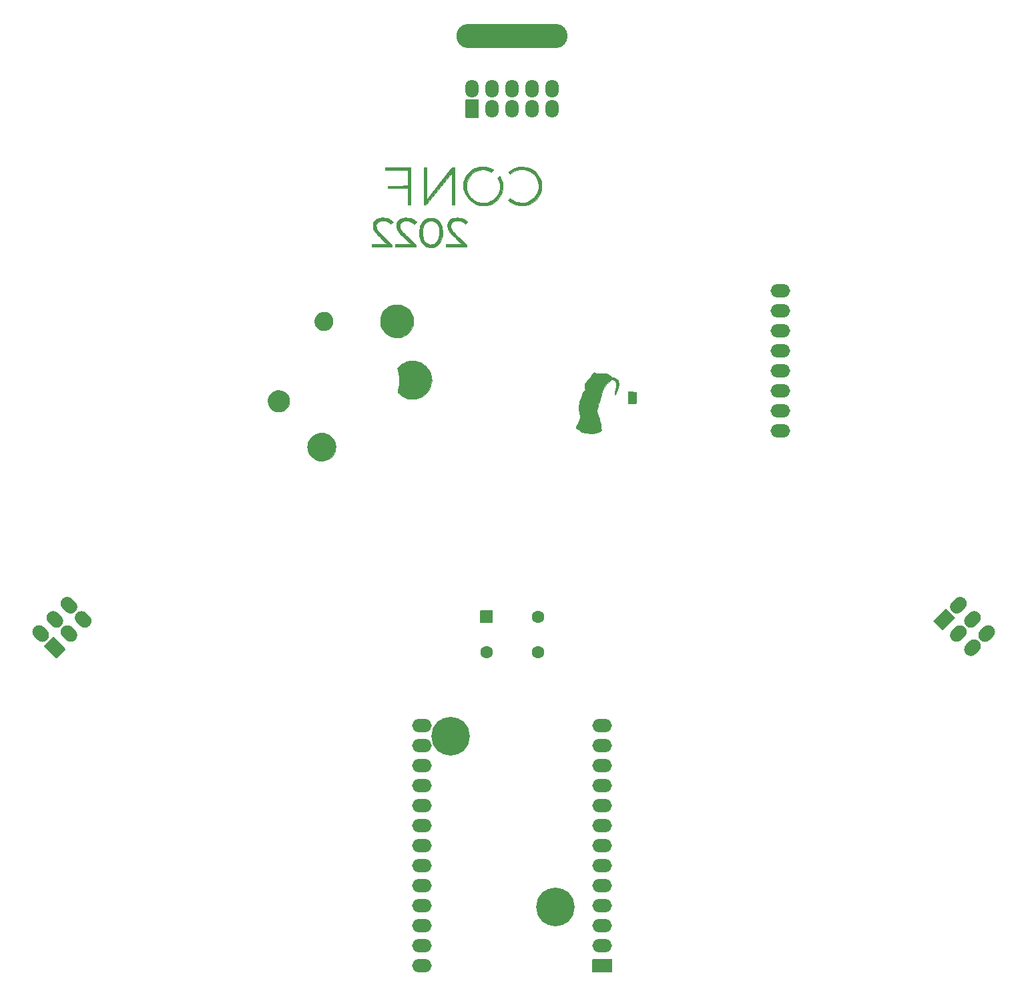
<source format=gbr>
%TF.GenerationSoftware,KiCad,Pcbnew,(5.1.10)-1*%
%TF.CreationDate,2021-11-08T23:02:56+11:00*%
%TF.ProjectId,swag-badge,73776167-2d62-4616-9467-652e6b696361,rev?*%
%TF.SameCoordinates,PX405f7e0PYfa3044a0*%
%TF.FileFunction,Soldermask,Bot*%
%TF.FilePolarity,Negative*%
%FSLAX46Y46*%
G04 Gerber Fmt 4.6, Leading zero omitted, Abs format (unit mm)*
G04 Created by KiCad (PCBNEW (5.1.10)-1) date 2021-11-08 23:02:56*
%MOMM*%
%LPD*%
G01*
G04 APERTURE LIST*
%ADD10C,0.010000*%
%ADD11O,1.700000X2.300000*%
%ADD12O,2.500000X1.700000*%
%ADD13C,1.598000*%
%ADD14O,14.100000X3.100000*%
%ADD15C,4.900000*%
G04 APERTURE END LIST*
D10*
%TO.C,Ref\u002A\u002A*%
G36*
X-91661237Y97413344D02*
G01*
X-91858751Y97346562D01*
X-92044290Y97241254D01*
X-92211679Y97100270D01*
X-92351073Y96932828D01*
X-92453630Y96751478D01*
X-92520539Y96560614D01*
X-92552989Y96364632D01*
X-92552169Y96167925D01*
X-92519267Y95974888D01*
X-92455472Y95789916D01*
X-92361974Y95617403D01*
X-92239961Y95461745D01*
X-92090622Y95327335D01*
X-91915146Y95218568D01*
X-91714721Y95139839D01*
X-91678616Y95129853D01*
X-91574320Y95111555D01*
X-91447729Y95102404D01*
X-91315002Y95102431D01*
X-91192295Y95111669D01*
X-91100833Y95128694D01*
X-90900632Y95205942D01*
X-90719894Y95318676D01*
X-90562595Y95462982D01*
X-90432710Y95634947D01*
X-90334214Y95830657D01*
X-90305478Y95911590D01*
X-90257779Y96127018D01*
X-90249201Y96340965D01*
X-90277949Y96548720D01*
X-90342230Y96745575D01*
X-90440250Y96926819D01*
X-90570215Y97087745D01*
X-90730331Y97223641D01*
X-90828608Y97284910D01*
X-91035432Y97377383D01*
X-91245718Y97429269D01*
X-91455606Y97441085D01*
X-91661237Y97413344D01*
G37*
X-91661237Y97413344D02*
X-91858751Y97346562D01*
X-92044290Y97241254D01*
X-92211679Y97100270D01*
X-92351073Y96932828D01*
X-92453630Y96751478D01*
X-92520539Y96560614D01*
X-92552989Y96364632D01*
X-92552169Y96167925D01*
X-92519267Y95974888D01*
X-92455472Y95789916D01*
X-92361974Y95617403D01*
X-92239961Y95461745D01*
X-92090622Y95327335D01*
X-91915146Y95218568D01*
X-91714721Y95139839D01*
X-91678616Y95129853D01*
X-91574320Y95111555D01*
X-91447729Y95102404D01*
X-91315002Y95102431D01*
X-91192295Y95111669D01*
X-91100833Y95128694D01*
X-90900632Y95205942D01*
X-90719894Y95318676D01*
X-90562595Y95462982D01*
X-90432710Y95634947D01*
X-90334214Y95830657D01*
X-90305478Y95911590D01*
X-90257779Y96127018D01*
X-90249201Y96340965D01*
X-90277949Y96548720D01*
X-90342230Y96745575D01*
X-90440250Y96926819D01*
X-90570215Y97087745D01*
X-90730331Y97223641D01*
X-90828608Y97284910D01*
X-91035432Y97377383D01*
X-91245718Y97429269D01*
X-91455606Y97441085D01*
X-91661237Y97413344D01*
G36*
X-82285402Y98374050D02*
G01*
X-82560977Y98334488D01*
X-82826569Y98259673D01*
X-83079048Y98151357D01*
X-83315284Y98011291D01*
X-83532149Y97841226D01*
X-83726514Y97642913D01*
X-83895249Y97418103D01*
X-84035226Y97168548D01*
X-84143315Y96895999D01*
X-84192632Y96717583D01*
X-84216284Y96575829D01*
X-84229223Y96409315D01*
X-84231593Y96231750D01*
X-84223535Y96056842D01*
X-84205192Y95898299D01*
X-84183005Y95791708D01*
X-84087427Y95504307D01*
X-83963204Y95246616D01*
X-83808848Y95015870D01*
X-83692500Y94879925D01*
X-83471876Y94671517D01*
X-83235552Y94501151D01*
X-82979001Y94366035D01*
X-82697690Y94263377D01*
X-82687083Y94260262D01*
X-82599698Y94236778D01*
X-82518021Y94220214D01*
X-82430233Y94209100D01*
X-82324516Y94201967D01*
X-82189051Y94197345D01*
X-82179083Y94197100D01*
X-82002625Y94195638D01*
X-81861899Y94200937D01*
X-81750798Y94213296D01*
X-81715992Y94219715D01*
X-81423316Y94301045D01*
X-81150898Y94417828D01*
X-80901208Y94567702D01*
X-80676718Y94748303D01*
X-80479899Y94957268D01*
X-80313220Y95192234D01*
X-80179154Y95450838D01*
X-80080171Y95730716D01*
X-80061614Y95802009D01*
X-80046295Y95882341D01*
X-80031872Y95987865D01*
X-80020513Y96101459D01*
X-80016523Y96158260D01*
X-80020056Y96450099D01*
X-80063288Y96733904D01*
X-80143919Y97006249D01*
X-80259647Y97263708D01*
X-80408173Y97502853D01*
X-80587195Y97720257D01*
X-80794414Y97912495D01*
X-81027529Y98076140D01*
X-81284239Y98207765D01*
X-81430059Y98263707D01*
X-81716813Y98340411D01*
X-82002971Y98376608D01*
X-82285402Y98374050D01*
G37*
X-82285402Y98374050D02*
X-82560977Y98334488D01*
X-82826569Y98259673D01*
X-83079048Y98151357D01*
X-83315284Y98011291D01*
X-83532149Y97841226D01*
X-83726514Y97642913D01*
X-83895249Y97418103D01*
X-84035226Y97168548D01*
X-84143315Y96895999D01*
X-84192632Y96717583D01*
X-84216284Y96575829D01*
X-84229223Y96409315D01*
X-84231593Y96231750D01*
X-84223535Y96056842D01*
X-84205192Y95898299D01*
X-84183005Y95791708D01*
X-84087427Y95504307D01*
X-83963204Y95246616D01*
X-83808848Y95015870D01*
X-83692500Y94879925D01*
X-83471876Y94671517D01*
X-83235552Y94501151D01*
X-82979001Y94366035D01*
X-82697690Y94263377D01*
X-82687083Y94260262D01*
X-82599698Y94236778D01*
X-82518021Y94220214D01*
X-82430233Y94209100D01*
X-82324516Y94201967D01*
X-82189051Y94197345D01*
X-82179083Y94197100D01*
X-82002625Y94195638D01*
X-81861899Y94200937D01*
X-81750798Y94213296D01*
X-81715992Y94219715D01*
X-81423316Y94301045D01*
X-81150898Y94417828D01*
X-80901208Y94567702D01*
X-80676718Y94748303D01*
X-80479899Y94957268D01*
X-80313220Y95192234D01*
X-80179154Y95450838D01*
X-80080171Y95730716D01*
X-80061614Y95802009D01*
X-80046295Y95882341D01*
X-80031872Y95987865D01*
X-80020513Y96101459D01*
X-80016523Y96158260D01*
X-80020056Y96450099D01*
X-80063288Y96733904D01*
X-80143919Y97006249D01*
X-80259647Y97263708D01*
X-80408173Y97502853D01*
X-80587195Y97720257D01*
X-80794414Y97912495D01*
X-81027529Y98076140D01*
X-81284239Y98207765D01*
X-81430059Y98263707D01*
X-81716813Y98340411D01*
X-82002971Y98376608D01*
X-82285402Y98374050D01*
G36*
X-80460850Y91228689D02*
G01*
X-80767970Y91168193D01*
X-80921408Y91121945D01*
X-81182321Y91015582D01*
X-81429351Y90879395D01*
X-81655094Y90718422D01*
X-81852148Y90537701D01*
X-81957593Y90416779D01*
X-82036013Y90317807D01*
X-81977352Y90088695D01*
X-81882433Y89634640D01*
X-81826507Y89169895D01*
X-81809638Y88700212D01*
X-81831885Y88231340D01*
X-81893311Y87769027D01*
X-81949592Y87494634D01*
X-82002656Y87267519D01*
X-81959112Y87206367D01*
X-81907368Y87144977D01*
X-81830302Y87067528D01*
X-81737154Y86982415D01*
X-81637162Y86898031D01*
X-81539563Y86822767D01*
X-81526570Y86813402D01*
X-81266145Y86653157D01*
X-80986475Y86528708D01*
X-80692742Y86441277D01*
X-80390128Y86392085D01*
X-80083813Y86382354D01*
X-79808417Y86408473D01*
X-79482640Y86479772D01*
X-79177450Y86587906D01*
X-78893304Y86732645D01*
X-78630661Y86913758D01*
X-78408243Y87112483D01*
X-78202422Y87347461D01*
X-78033245Y87599502D01*
X-77900237Y87865318D01*
X-77802921Y88141620D01*
X-77740822Y88425121D01*
X-77713461Y88712533D01*
X-77720364Y89000569D01*
X-77761053Y89285940D01*
X-77835053Y89565359D01*
X-77941887Y89835539D01*
X-78081079Y90093191D01*
X-78252152Y90335027D01*
X-78454630Y90557761D01*
X-78688036Y90758104D01*
X-78951895Y90932768D01*
X-78962664Y90938940D01*
X-79242554Y91074475D01*
X-79536745Y91171631D01*
X-79840810Y91229994D01*
X-80150321Y91249152D01*
X-80460850Y91228689D01*
G37*
X-80460850Y91228689D02*
X-80767970Y91168193D01*
X-80921408Y91121945D01*
X-81182321Y91015582D01*
X-81429351Y90879395D01*
X-81655094Y90718422D01*
X-81852148Y90537701D01*
X-81957593Y90416779D01*
X-82036013Y90317807D01*
X-81977352Y90088695D01*
X-81882433Y89634640D01*
X-81826507Y89169895D01*
X-81809638Y88700212D01*
X-81831885Y88231340D01*
X-81893311Y87769027D01*
X-81949592Y87494634D01*
X-82002656Y87267519D01*
X-81959112Y87206367D01*
X-81907368Y87144977D01*
X-81830302Y87067528D01*
X-81737154Y86982415D01*
X-81637162Y86898031D01*
X-81539563Y86822767D01*
X-81526570Y86813402D01*
X-81266145Y86653157D01*
X-80986475Y86528708D01*
X-80692742Y86441277D01*
X-80390128Y86392085D01*
X-80083813Y86382354D01*
X-79808417Y86408473D01*
X-79482640Y86479772D01*
X-79177450Y86587906D01*
X-78893304Y86732645D01*
X-78630661Y86913758D01*
X-78408243Y87112483D01*
X-78202422Y87347461D01*
X-78033245Y87599502D01*
X-77900237Y87865318D01*
X-77802921Y88141620D01*
X-77740822Y88425121D01*
X-77713461Y88712533D01*
X-77720364Y89000569D01*
X-77761053Y89285940D01*
X-77835053Y89565359D01*
X-77941887Y89835539D01*
X-78081079Y90093191D01*
X-78252152Y90335027D01*
X-78454630Y90557761D01*
X-78688036Y90758104D01*
X-78951895Y90932768D01*
X-78962664Y90938940D01*
X-79242554Y91074475D01*
X-79536745Y91171631D01*
X-79840810Y91229994D01*
X-80150321Y91249152D01*
X-80460850Y91228689D01*
G36*
X-97273067Y87485563D02*
G01*
X-97504016Y87439162D01*
X-97730028Y87353378D01*
X-97743821Y87346726D01*
X-97878828Y87264242D01*
X-98015877Y87151222D01*
X-98145135Y87017760D01*
X-98256766Y86873955D01*
X-98337264Y86737500D01*
X-98427113Y86509014D01*
X-98475222Y86277073D01*
X-98481437Y86043474D01*
X-98445603Y85810017D01*
X-98424148Y85732083D01*
X-98337821Y85520590D01*
X-98215681Y85325335D01*
X-98062764Y85151437D01*
X-97884104Y85004015D01*
X-97684734Y84888187D01*
X-97535500Y84828630D01*
X-97424914Y84802281D01*
X-97288149Y84784362D01*
X-97139566Y84775432D01*
X-96993530Y84776049D01*
X-96864403Y84786771D01*
X-96794667Y84799843D01*
X-96576608Y84876043D01*
X-96374388Y84988090D01*
X-96192622Y85131414D01*
X-96035926Y85301447D01*
X-95908915Y85493621D01*
X-95816207Y85703367D01*
X-95788614Y85795583D01*
X-95759594Y85971732D01*
X-95755249Y86166809D01*
X-95774466Y86366170D01*
X-95816131Y86555169D01*
X-95854737Y86665554D01*
X-95913122Y86779939D01*
X-95995061Y86905375D01*
X-96090187Y87027583D01*
X-96188136Y87132281D01*
X-96204619Y87147580D01*
X-96391530Y87289200D01*
X-96596412Y87394401D01*
X-96814683Y87462590D01*
X-97041762Y87493175D01*
X-97273067Y87485563D01*
G37*
X-97273067Y87485563D02*
X-97504016Y87439162D01*
X-97730028Y87353378D01*
X-97743821Y87346726D01*
X-97878828Y87264242D01*
X-98015877Y87151222D01*
X-98145135Y87017760D01*
X-98256766Y86873955D01*
X-98337264Y86737500D01*
X-98427113Y86509014D01*
X-98475222Y86277073D01*
X-98481437Y86043474D01*
X-98445603Y85810017D01*
X-98424148Y85732083D01*
X-98337821Y85520590D01*
X-98215681Y85325335D01*
X-98062764Y85151437D01*
X-97884104Y85004015D01*
X-97684734Y84888187D01*
X-97535500Y84828630D01*
X-97424914Y84802281D01*
X-97288149Y84784362D01*
X-97139566Y84775432D01*
X-96993530Y84776049D01*
X-96864403Y84786771D01*
X-96794667Y84799843D01*
X-96576608Y84876043D01*
X-96374388Y84988090D01*
X-96192622Y85131414D01*
X-96035926Y85301447D01*
X-95908915Y85493621D01*
X-95816207Y85703367D01*
X-95788614Y85795583D01*
X-95759594Y85971732D01*
X-95755249Y86166809D01*
X-95774466Y86366170D01*
X-95816131Y86555169D01*
X-95854737Y86665554D01*
X-95913122Y86779939D01*
X-95995061Y86905375D01*
X-96090187Y87027583D01*
X-96188136Y87132281D01*
X-96204619Y87147580D01*
X-96391530Y87289200D01*
X-96596412Y87394401D01*
X-96814683Y87462590D01*
X-97041762Y87493175D01*
X-97273067Y87485563D01*
G36*
X-91927553Y82073691D02*
G01*
X-92179798Y82016737D01*
X-92428371Y81920411D01*
X-92540167Y81862699D01*
X-92662741Y81781678D01*
X-92795295Y81673029D01*
X-92928050Y81546567D01*
X-93051226Y81412101D01*
X-93155045Y81279446D01*
X-93215349Y81185226D01*
X-93320951Y80965778D01*
X-93399442Y80734491D01*
X-93448488Y80501173D01*
X-93465755Y80275632D01*
X-93460517Y80154667D01*
X-93415459Y79888112D01*
X-93332928Y79636320D01*
X-93216028Y79402310D01*
X-93067861Y79189097D01*
X-92891531Y78999701D01*
X-92690141Y78837137D01*
X-92466795Y78704424D01*
X-92224596Y78604580D01*
X-91966646Y78540620D01*
X-91778167Y78518804D01*
X-91674300Y78515562D01*
X-91567411Y78517420D01*
X-91478828Y78523951D01*
X-91470658Y78524998D01*
X-91195938Y78582888D01*
X-90939574Y78677886D01*
X-90704096Y78807836D01*
X-90492034Y78970582D01*
X-90305918Y79163968D01*
X-90148278Y79385840D01*
X-90021642Y79634040D01*
X-89954441Y79817044D01*
X-89934715Y79885125D01*
X-89920951Y79949278D01*
X-89912123Y80019561D01*
X-89907206Y80106032D01*
X-89905176Y80218746D01*
X-89904917Y80302833D01*
X-89905713Y80436083D01*
X-89908788Y80537106D01*
X-89915169Y80615988D01*
X-89925887Y80682819D01*
X-89941969Y80747685D01*
X-89954562Y80789667D01*
X-90055666Y81048461D01*
X-90187257Y81282059D01*
X-90345916Y81489044D01*
X-90528230Y81667998D01*
X-90730782Y81817504D01*
X-90950155Y81936144D01*
X-91182935Y82022500D01*
X-91425705Y82075155D01*
X-91675050Y82092691D01*
X-91927553Y82073691D01*
G37*
X-91927553Y82073691D02*
X-92179798Y82016737D01*
X-92428371Y81920411D01*
X-92540167Y81862699D01*
X-92662741Y81781678D01*
X-92795295Y81673029D01*
X-92928050Y81546567D01*
X-93051226Y81412101D01*
X-93155045Y81279446D01*
X-93215349Y81185226D01*
X-93320951Y80965778D01*
X-93399442Y80734491D01*
X-93448488Y80501173D01*
X-93465755Y80275632D01*
X-93460517Y80154667D01*
X-93415459Y79888112D01*
X-93332928Y79636320D01*
X-93216028Y79402310D01*
X-93067861Y79189097D01*
X-92891531Y78999701D01*
X-92690141Y78837137D01*
X-92466795Y78704424D01*
X-92224596Y78604580D01*
X-91966646Y78540620D01*
X-91778167Y78518804D01*
X-91674300Y78515562D01*
X-91567411Y78517420D01*
X-91478828Y78523951D01*
X-91470658Y78524998D01*
X-91195938Y78582888D01*
X-90939574Y78677886D01*
X-90704096Y78807836D01*
X-90492034Y78970582D01*
X-90305918Y79163968D01*
X-90148278Y79385840D01*
X-90021642Y79634040D01*
X-89954441Y79817044D01*
X-89934715Y79885125D01*
X-89920951Y79949278D01*
X-89912123Y80019561D01*
X-89907206Y80106032D01*
X-89905176Y80218746D01*
X-89904917Y80302833D01*
X-89905713Y80436083D01*
X-89908788Y80537106D01*
X-89915169Y80615988D01*
X-89925887Y80682819D01*
X-89941969Y80747685D01*
X-89954562Y80789667D01*
X-90055666Y81048461D01*
X-90187257Y81282059D01*
X-90345916Y81489044D01*
X-90528230Y81667998D01*
X-90730782Y81817504D01*
X-90950155Y81936144D01*
X-91182935Y82022500D01*
X-91425705Y82075155D01*
X-91675050Y82092691D01*
X-91927553Y82073691D01*
G36*
X-83589932Y115642458D02*
G01*
X-83583750Y115478417D01*
X-82149709Y115472977D01*
X-80715667Y115467538D01*
X-80715667Y113457328D01*
X-82001542Y113451872D01*
X-83287417Y113446417D01*
X-83299781Y113118333D01*
X-80715667Y113118333D01*
X-80715667Y111001667D01*
X-80355834Y111001667D01*
X-80355834Y115806500D01*
X-83596114Y115806500D01*
X-83589932Y115642458D01*
G37*
X-83589932Y115642458D02*
X-83583750Y115478417D01*
X-82149709Y115472977D01*
X-80715667Y115467538D01*
X-80715667Y113457328D01*
X-82001542Y113451872D01*
X-83287417Y113446417D01*
X-83299781Y113118333D01*
X-80715667Y113118333D01*
X-80715667Y111001667D01*
X-80355834Y111001667D01*
X-80355834Y115806500D01*
X-83596114Y115806500D01*
X-83589932Y115642458D01*
G36*
X-78704834Y111001667D02*
G01*
X-78551375Y111002357D01*
X-78397917Y111003047D01*
X-75159417Y115126113D01*
X-75148625Y111001667D01*
X-74767834Y111001667D01*
X-74767834Y115806500D01*
X-74931875Y115805718D01*
X-75095917Y115804935D01*
X-76715167Y113734638D01*
X-78334417Y111664342D01*
X-78339812Y113735421D01*
X-78345208Y115806500D01*
X-78704834Y115806500D01*
X-78704834Y111001667D01*
G37*
X-78704834Y111001667D02*
X-78551375Y111002357D01*
X-78397917Y111003047D01*
X-75159417Y115126113D01*
X-75148625Y111001667D01*
X-74767834Y111001667D01*
X-74767834Y115806500D01*
X-74931875Y115805718D01*
X-75095917Y115804935D01*
X-76715167Y113734638D01*
X-78334417Y111664342D01*
X-78339812Y113735421D01*
X-78345208Y115806500D01*
X-78704834Y115806500D01*
X-78704834Y111001667D01*
G36*
X-66579838Y115834399D02*
G01*
X-66878399Y115790500D01*
X-67153831Y115716247D01*
X-67410186Y115610750D01*
X-67465749Y115582564D01*
X-67536662Y115541090D01*
X-67620539Y115485615D01*
X-67709656Y115422052D01*
X-67796284Y115356315D01*
X-67872699Y115294314D01*
X-67931172Y115241964D01*
X-67963979Y115205176D01*
X-67967443Y115198653D01*
X-67959082Y115167249D01*
X-67922269Y115115254D01*
X-67867055Y115054633D01*
X-67754958Y114941125D01*
X-67647187Y115032642D01*
X-67413231Y115205639D01*
X-67164516Y115339408D01*
X-66899777Y115434403D01*
X-66617750Y115491079D01*
X-66319814Y115509889D01*
X-66019758Y115494311D01*
X-65740558Y115445690D01*
X-65474537Y115362256D01*
X-65257655Y115264997D01*
X-65120887Y115191155D01*
X-65007597Y115118788D01*
X-64903109Y115037187D01*
X-64792745Y114935642D01*
X-64754392Y114897787D01*
X-64557541Y114672407D01*
X-64398036Y114427465D01*
X-64276468Y114164399D01*
X-64193427Y113884651D01*
X-64149501Y113589658D01*
X-64142167Y113404083D01*
X-64162140Y113103266D01*
X-64220926Y112816017D01*
X-64316824Y112545040D01*
X-64448134Y112293034D01*
X-64613155Y112062702D01*
X-64810187Y111856743D01*
X-65037529Y111677859D01*
X-65293481Y111528752D01*
X-65335568Y111508496D01*
X-65605651Y111404456D01*
X-65893461Y111335519D01*
X-66191011Y111303162D01*
X-66436613Y111304959D01*
X-66731605Y111342335D01*
X-67009298Y111418083D01*
X-67272038Y111533077D01*
X-67522172Y111688191D01*
X-67578984Y111730258D01*
X-67766718Y111873649D01*
X-67994218Y111648975D01*
X-67925568Y111577208D01*
X-67746730Y111418189D01*
X-67534084Y111277762D01*
X-67293109Y111158750D01*
X-67029286Y111063977D01*
X-66830334Y111012783D01*
X-66734929Y110997502D01*
X-66608634Y110984968D01*
X-66462823Y110975568D01*
X-66308873Y110969688D01*
X-66158159Y110967714D01*
X-66022059Y110970033D01*
X-65911947Y110977032D01*
X-65882245Y110980575D01*
X-65560170Y111045858D01*
X-65257292Y111147360D01*
X-64975778Y111283119D01*
X-64717794Y111451173D01*
X-64485509Y111649561D01*
X-64281088Y111876320D01*
X-64106698Y112129489D01*
X-63964507Y112407106D01*
X-63856681Y112707210D01*
X-63820359Y112847278D01*
X-63795508Y112992406D01*
X-63779320Y113165533D01*
X-63771896Y113353668D01*
X-63773340Y113543819D01*
X-63783755Y113722995D01*
X-63803243Y113878205D01*
X-63811838Y113922667D01*
X-63898845Y114232094D01*
X-64021161Y114522552D01*
X-64176636Y114791194D01*
X-64363118Y115035172D01*
X-64578459Y115251643D01*
X-64820506Y115437757D01*
X-65062917Y115578718D01*
X-65317660Y115691389D01*
X-65572373Y115772052D01*
X-65837207Y115823009D01*
X-66122309Y115846559D01*
X-66254094Y115848833D01*
X-66579838Y115834399D01*
G37*
X-66579838Y115834399D02*
X-66878399Y115790500D01*
X-67153831Y115716247D01*
X-67410186Y115610750D01*
X-67465749Y115582564D01*
X-67536662Y115541090D01*
X-67620539Y115485615D01*
X-67709656Y115422052D01*
X-67796284Y115356315D01*
X-67872699Y115294314D01*
X-67931172Y115241964D01*
X-67963979Y115205176D01*
X-67967443Y115198653D01*
X-67959082Y115167249D01*
X-67922269Y115115254D01*
X-67867055Y115054633D01*
X-67754958Y114941125D01*
X-67647187Y115032642D01*
X-67413231Y115205639D01*
X-67164516Y115339408D01*
X-66899777Y115434403D01*
X-66617750Y115491079D01*
X-66319814Y115509889D01*
X-66019758Y115494311D01*
X-65740558Y115445690D01*
X-65474537Y115362256D01*
X-65257655Y115264997D01*
X-65120887Y115191155D01*
X-65007597Y115118788D01*
X-64903109Y115037187D01*
X-64792745Y114935642D01*
X-64754392Y114897787D01*
X-64557541Y114672407D01*
X-64398036Y114427465D01*
X-64276468Y114164399D01*
X-64193427Y113884651D01*
X-64149501Y113589658D01*
X-64142167Y113404083D01*
X-64162140Y113103266D01*
X-64220926Y112816017D01*
X-64316824Y112545040D01*
X-64448134Y112293034D01*
X-64613155Y112062702D01*
X-64810187Y111856743D01*
X-65037529Y111677859D01*
X-65293481Y111528752D01*
X-65335568Y111508496D01*
X-65605651Y111404456D01*
X-65893461Y111335519D01*
X-66191011Y111303162D01*
X-66436613Y111304959D01*
X-66731605Y111342335D01*
X-67009298Y111418083D01*
X-67272038Y111533077D01*
X-67522172Y111688191D01*
X-67578984Y111730258D01*
X-67766718Y111873649D01*
X-67994218Y111648975D01*
X-67925568Y111577208D01*
X-67746730Y111418189D01*
X-67534084Y111277762D01*
X-67293109Y111158750D01*
X-67029286Y111063977D01*
X-66830334Y111012783D01*
X-66734929Y110997502D01*
X-66608634Y110984968D01*
X-66462823Y110975568D01*
X-66308873Y110969688D01*
X-66158159Y110967714D01*
X-66022059Y110970033D01*
X-65911947Y110977032D01*
X-65882245Y110980575D01*
X-65560170Y111045858D01*
X-65257292Y111147360D01*
X-64975778Y111283119D01*
X-64717794Y111451173D01*
X-64485509Y111649561D01*
X-64281088Y111876320D01*
X-64106698Y112129489D01*
X-63964507Y112407106D01*
X-63856681Y112707210D01*
X-63820359Y112847278D01*
X-63795508Y112992406D01*
X-63779320Y113165533D01*
X-63771896Y113353668D01*
X-63773340Y113543819D01*
X-63783755Y113722995D01*
X-63803243Y113878205D01*
X-63811838Y113922667D01*
X-63898845Y114232094D01*
X-64021161Y114522552D01*
X-64176636Y114791194D01*
X-64363118Y115035172D01*
X-64578459Y115251643D01*
X-64820506Y115437757D01*
X-65062917Y115578718D01*
X-65317660Y115691389D01*
X-65572373Y115772052D01*
X-65837207Y115823009D01*
X-66122309Y115846559D01*
X-66254094Y115848833D01*
X-66579838Y115834399D01*
G36*
X-71447936Y115877244D02*
G01*
X-71690387Y115838384D01*
X-71935328Y115777572D01*
X-72168320Y115698045D01*
X-72264907Y115657247D01*
X-72509402Y115525669D01*
X-72744656Y115358376D01*
X-72963901Y115161913D01*
X-73160371Y114942826D01*
X-73327299Y114707660D01*
X-73422940Y114536999D01*
X-73530127Y114297811D01*
X-73605542Y114068613D01*
X-73652421Y113835740D01*
X-73674003Y113585530D01*
X-73676315Y113467583D01*
X-73671069Y113258090D01*
X-73652316Y113074289D01*
X-73617260Y112900917D01*
X-73563108Y112722709D01*
X-73517404Y112599750D01*
X-73377926Y112300684D01*
X-73204164Y112023219D01*
X-72999267Y111770021D01*
X-72766388Y111543753D01*
X-72508675Y111347082D01*
X-72229279Y111182670D01*
X-71931350Y111053182D01*
X-71618039Y110961283D01*
X-71567268Y110950363D01*
X-71453454Y110933963D01*
X-71310798Y110923641D01*
X-71152355Y110919401D01*
X-70991177Y110921251D01*
X-70840320Y110929198D01*
X-70712836Y110943250D01*
X-70674739Y110949891D01*
X-70368526Y111032010D01*
X-70077592Y111153517D01*
X-69802497Y111314107D01*
X-69543805Y111513473D01*
X-69411612Y111636667D01*
X-69193806Y111880595D01*
X-69014219Y112141687D01*
X-68873363Y112418858D01*
X-68771750Y112711025D01*
X-68709895Y113017102D01*
X-68695876Y113149784D01*
X-68691174Y113470530D01*
X-68726714Y113785987D01*
X-68801583Y114091789D01*
X-68914872Y114383567D01*
X-68980005Y114512553D01*
X-69029582Y114602489D01*
X-69065925Y114657840D01*
X-69096855Y114680745D01*
X-69130191Y114673344D01*
X-69173756Y114637780D01*
X-69230501Y114581107D01*
X-69353833Y114456473D01*
X-69278680Y114321862D01*
X-69196633Y114148561D01*
X-69127542Y113950877D01*
X-69076782Y113746072D01*
X-69054286Y113601040D01*
X-69043817Y113318192D01*
X-69073297Y113040317D01*
X-69140375Y112770720D01*
X-69242700Y112512705D01*
X-69377921Y112269574D01*
X-69543687Y112044633D01*
X-69737647Y111841185D01*
X-69957449Y111662533D01*
X-70200743Y111511982D01*
X-70465178Y111392836D01*
X-70672581Y111326962D01*
X-70778320Y111301309D01*
X-70872862Y111284584D01*
X-70971532Y111274994D01*
X-71089653Y111270747D01*
X-71158917Y111270075D01*
X-71369147Y111276780D01*
X-71555927Y111301112D01*
X-71733836Y111346461D01*
X-71917454Y111416219D01*
X-72047917Y111476817D01*
X-72307273Y111625512D01*
X-72541043Y111802545D01*
X-72747310Y112004393D01*
X-72924158Y112227534D01*
X-73069670Y112468444D01*
X-73181929Y112723602D01*
X-73259020Y112989483D01*
X-73299025Y113262565D01*
X-73300028Y113539326D01*
X-73276266Y113734686D01*
X-73205834Y114024378D01*
X-73099117Y114293544D01*
X-72955033Y114544187D01*
X-72772502Y114778311D01*
X-72638880Y114916695D01*
X-72404748Y115114675D01*
X-72156337Y115274181D01*
X-71896294Y115394787D01*
X-71627265Y115476065D01*
X-71351898Y115517589D01*
X-71072838Y115518931D01*
X-70792733Y115479665D01*
X-70514229Y115399365D01*
X-70278456Y115297383D01*
X-70117661Y115216626D01*
X-69993613Y115341982D01*
X-69938813Y115397420D01*
X-69905066Y115437760D01*
X-69895127Y115469302D01*
X-69911751Y115498347D01*
X-69957695Y115531196D01*
X-70035713Y115574150D01*
X-70112852Y115614638D01*
X-70344914Y115718730D01*
X-70599670Y115801357D01*
X-70862916Y115858980D01*
X-71120446Y115888063D01*
X-71222417Y115890917D01*
X-71447936Y115877244D01*
G37*
X-71447936Y115877244D02*
X-71690387Y115838384D01*
X-71935328Y115777572D01*
X-72168320Y115698045D01*
X-72264907Y115657247D01*
X-72509402Y115525669D01*
X-72744656Y115358376D01*
X-72963901Y115161913D01*
X-73160371Y114942826D01*
X-73327299Y114707660D01*
X-73422940Y114536999D01*
X-73530127Y114297811D01*
X-73605542Y114068613D01*
X-73652421Y113835740D01*
X-73674003Y113585530D01*
X-73676315Y113467583D01*
X-73671069Y113258090D01*
X-73652316Y113074289D01*
X-73617260Y112900917D01*
X-73563108Y112722709D01*
X-73517404Y112599750D01*
X-73377926Y112300684D01*
X-73204164Y112023219D01*
X-72999267Y111770021D01*
X-72766388Y111543753D01*
X-72508675Y111347082D01*
X-72229279Y111182670D01*
X-71931350Y111053182D01*
X-71618039Y110961283D01*
X-71567268Y110950363D01*
X-71453454Y110933963D01*
X-71310798Y110923641D01*
X-71152355Y110919401D01*
X-70991177Y110921251D01*
X-70840320Y110929198D01*
X-70712836Y110943250D01*
X-70674739Y110949891D01*
X-70368526Y111032010D01*
X-70077592Y111153517D01*
X-69802497Y111314107D01*
X-69543805Y111513473D01*
X-69411612Y111636667D01*
X-69193806Y111880595D01*
X-69014219Y112141687D01*
X-68873363Y112418858D01*
X-68771750Y112711025D01*
X-68709895Y113017102D01*
X-68695876Y113149784D01*
X-68691174Y113470530D01*
X-68726714Y113785987D01*
X-68801583Y114091789D01*
X-68914872Y114383567D01*
X-68980005Y114512553D01*
X-69029582Y114602489D01*
X-69065925Y114657840D01*
X-69096855Y114680745D01*
X-69130191Y114673344D01*
X-69173756Y114637780D01*
X-69230501Y114581107D01*
X-69353833Y114456473D01*
X-69278680Y114321862D01*
X-69196633Y114148561D01*
X-69127542Y113950877D01*
X-69076782Y113746072D01*
X-69054286Y113601040D01*
X-69043817Y113318192D01*
X-69073297Y113040317D01*
X-69140375Y112770720D01*
X-69242700Y112512705D01*
X-69377921Y112269574D01*
X-69543687Y112044633D01*
X-69737647Y111841185D01*
X-69957449Y111662533D01*
X-70200743Y111511982D01*
X-70465178Y111392836D01*
X-70672581Y111326962D01*
X-70778320Y111301309D01*
X-70872862Y111284584D01*
X-70971532Y111274994D01*
X-71089653Y111270747D01*
X-71158917Y111270075D01*
X-71369147Y111276780D01*
X-71555927Y111301112D01*
X-71733836Y111346461D01*
X-71917454Y111416219D01*
X-72047917Y111476817D01*
X-72307273Y111625512D01*
X-72541043Y111802545D01*
X-72747310Y112004393D01*
X-72924158Y112227534D01*
X-73069670Y112468444D01*
X-73181929Y112723602D01*
X-73259020Y112989483D01*
X-73299025Y113262565D01*
X-73300028Y113539326D01*
X-73276266Y113734686D01*
X-73205834Y114024378D01*
X-73099117Y114293544D01*
X-72955033Y114544187D01*
X-72772502Y114778311D01*
X-72638880Y114916695D01*
X-72404748Y115114675D01*
X-72156337Y115274181D01*
X-71896294Y115394787D01*
X-71627265Y115476065D01*
X-71351898Y115517589D01*
X-71072838Y115518931D01*
X-70792733Y115479665D01*
X-70514229Y115399365D01*
X-70278456Y115297383D01*
X-70117661Y115216626D01*
X-69993613Y115341982D01*
X-69938813Y115397420D01*
X-69905066Y115437760D01*
X-69895127Y115469302D01*
X-69911751Y115498347D01*
X-69957695Y115531196D01*
X-70035713Y115574150D01*
X-70112852Y115614638D01*
X-70344914Y115718730D01*
X-70599670Y115801357D01*
X-70862916Y115858980D01*
X-71120446Y115888063D01*
X-71222417Y115890917D01*
X-71447936Y115877244D01*
G36*
X-84088818Y109391995D02*
G01*
X-84221447Y109382422D01*
X-84336023Y109363088D01*
X-84444527Y109331726D01*
X-84558937Y109286064D01*
X-84603917Y109265670D01*
X-84786128Y109163136D01*
X-84931001Y109041211D01*
X-85039642Y108898157D01*
X-85113160Y108732236D01*
X-85152662Y108541710D01*
X-85160667Y108392089D01*
X-85145290Y108180929D01*
X-85097347Y107983880D01*
X-85014113Y107793187D01*
X-84892867Y107601095D01*
X-84873934Y107575298D01*
X-84844479Y107540864D01*
X-84788234Y107479987D01*
X-84708470Y107396035D01*
X-84608453Y107292376D01*
X-84491453Y107172378D01*
X-84360738Y107039409D01*
X-84219577Y106896836D01*
X-84071237Y106748027D01*
X-84065371Y106742163D01*
X-83329750Y106006910D01*
X-84329875Y106006622D01*
X-85330000Y106006333D01*
X-85330000Y105667667D01*
X-82726500Y105667667D01*
X-82727408Y105810542D01*
X-82728315Y105953417D01*
X-83544546Y106747167D01*
X-83757691Y106954952D01*
X-83942295Y107136299D01*
X-84100601Y107293830D01*
X-84234849Y107430167D01*
X-84347283Y107547933D01*
X-84440143Y107649751D01*
X-84515671Y107738243D01*
X-84576110Y107816031D01*
X-84623701Y107885739D01*
X-84660687Y107949988D01*
X-84689308Y108011401D01*
X-84711807Y108072600D01*
X-84729727Y108133583D01*
X-84758795Y108310421D01*
X-84749544Y108472878D01*
X-84704189Y108618790D01*
X-84624944Y108745991D01*
X-84514024Y108852316D01*
X-84373645Y108935597D01*
X-84206019Y108993671D01*
X-84013362Y109024370D01*
X-83816584Y109026610D01*
X-83574792Y108995390D01*
X-83354405Y108928291D01*
X-83156343Y108825687D01*
X-82981525Y108687951D01*
X-82981224Y108687665D01*
X-82896343Y108606746D01*
X-82758517Y108729998D01*
X-82696736Y108786460D01*
X-82649275Y108832145D01*
X-82623380Y108859976D01*
X-82620679Y108864629D01*
X-82636039Y108888882D01*
X-82676509Y108931392D01*
X-82733634Y108984616D01*
X-82798957Y109041014D01*
X-82864024Y109093046D01*
X-82920378Y109133170D01*
X-82925288Y109136286D01*
X-83131680Y109245590D01*
X-83353927Y109323931D01*
X-83597370Y109372685D01*
X-83867352Y109393229D01*
X-83926158Y109394079D01*
X-84088818Y109391995D01*
G37*
X-84088818Y109391995D02*
X-84221447Y109382422D01*
X-84336023Y109363088D01*
X-84444527Y109331726D01*
X-84558937Y109286064D01*
X-84603917Y109265670D01*
X-84786128Y109163136D01*
X-84931001Y109041211D01*
X-85039642Y108898157D01*
X-85113160Y108732236D01*
X-85152662Y108541710D01*
X-85160667Y108392089D01*
X-85145290Y108180929D01*
X-85097347Y107983880D01*
X-85014113Y107793187D01*
X-84892867Y107601095D01*
X-84873934Y107575298D01*
X-84844479Y107540864D01*
X-84788234Y107479987D01*
X-84708470Y107396035D01*
X-84608453Y107292376D01*
X-84491453Y107172378D01*
X-84360738Y107039409D01*
X-84219577Y106896836D01*
X-84071237Y106748027D01*
X-84065371Y106742163D01*
X-83329750Y106006910D01*
X-84329875Y106006622D01*
X-85330000Y106006333D01*
X-85330000Y105667667D01*
X-82726500Y105667667D01*
X-82727408Y105810542D01*
X-82728315Y105953417D01*
X-83544546Y106747167D01*
X-83757691Y106954952D01*
X-83942295Y107136299D01*
X-84100601Y107293830D01*
X-84234849Y107430167D01*
X-84347283Y107547933D01*
X-84440143Y107649751D01*
X-84515671Y107738243D01*
X-84576110Y107816031D01*
X-84623701Y107885739D01*
X-84660687Y107949988D01*
X-84689308Y108011401D01*
X-84711807Y108072600D01*
X-84729727Y108133583D01*
X-84758795Y108310421D01*
X-84749544Y108472878D01*
X-84704189Y108618790D01*
X-84624944Y108745991D01*
X-84514024Y108852316D01*
X-84373645Y108935597D01*
X-84206019Y108993671D01*
X-84013362Y109024370D01*
X-83816584Y109026610D01*
X-83574792Y108995390D01*
X-83354405Y108928291D01*
X-83156343Y108825687D01*
X-82981525Y108687951D01*
X-82981224Y108687665D01*
X-82896343Y108606746D01*
X-82758517Y108729998D01*
X-82696736Y108786460D01*
X-82649275Y108832145D01*
X-82623380Y108859976D01*
X-82620679Y108864629D01*
X-82636039Y108888882D01*
X-82676509Y108931392D01*
X-82733634Y108984616D01*
X-82798957Y109041014D01*
X-82864024Y109093046D01*
X-82920378Y109133170D01*
X-82925288Y109136286D01*
X-83131680Y109245590D01*
X-83353927Y109323931D01*
X-83597370Y109372685D01*
X-83867352Y109393229D01*
X-83926158Y109394079D01*
X-84088818Y109391995D01*
G36*
X-81107921Y109391931D02*
G01*
X-81240519Y109382067D01*
X-81355471Y109362188D01*
X-81464947Y109329968D01*
X-81581121Y109283086D01*
X-81620176Y109265315D01*
X-81802994Y109160769D01*
X-81951397Y109033162D01*
X-82064340Y108883466D01*
X-82096745Y108823059D01*
X-82127461Y108755673D01*
X-82147763Y108696946D01*
X-82160276Y108633933D01*
X-82167624Y108553688D01*
X-82172164Y108451083D01*
X-82170881Y108268304D01*
X-82151331Y108112054D01*
X-82110802Y107969491D01*
X-82046583Y107827773D01*
X-82036700Y107809379D01*
X-82004799Y107751283D01*
X-81975179Y107699376D01*
X-81945233Y107650776D01*
X-81912355Y107602601D01*
X-81873939Y107551969D01*
X-81827376Y107495998D01*
X-81770061Y107431805D01*
X-81699386Y107356508D01*
X-81612745Y107267227D01*
X-81507531Y107161077D01*
X-81381137Y107035178D01*
X-81230956Y106886647D01*
X-81054382Y106712602D01*
X-80965613Y106625185D01*
X-80337143Y106006333D01*
X-82345500Y106006333D01*
X-82345500Y105667667D01*
X-79742000Y105667667D01*
X-79742917Y105810542D01*
X-79743833Y105953417D01*
X-80591138Y106778917D01*
X-80752317Y106936533D01*
X-80906955Y107088875D01*
X-81051889Y107232749D01*
X-81183952Y107364961D01*
X-81299980Y107482319D01*
X-81396808Y107581629D01*
X-81471271Y107659699D01*
X-81520204Y107713334D01*
X-81535206Y107731417D01*
X-81643986Y107892644D01*
X-81717103Y108046560D01*
X-81758139Y108201735D01*
X-81768218Y108289047D01*
X-81766776Y108447903D01*
X-81736851Y108581944D01*
X-81675851Y108699849D01*
X-81626922Y108762323D01*
X-81505412Y108869523D01*
X-81357569Y108949689D01*
X-81189479Y109003011D01*
X-81007228Y109029677D01*
X-80816905Y109029875D01*
X-80624595Y109003795D01*
X-80436386Y108951625D01*
X-80258363Y108873553D01*
X-80096614Y108769769D01*
X-80028625Y108712783D01*
X-79911164Y108605431D01*
X-79778957Y108727239D01*
X-79717995Y108784477D01*
X-79670294Y108831281D01*
X-79643555Y108860019D01*
X-79640558Y108864433D01*
X-79651501Y108888581D01*
X-79690097Y108930350D01*
X-79748932Y108983647D01*
X-79820591Y109042378D01*
X-79897659Y109100451D01*
X-79972721Y109151771D01*
X-80034735Y109188364D01*
X-80213766Y109271765D01*
X-80391644Y109331480D01*
X-80579532Y109370031D01*
X-80788597Y109389940D01*
X-80945503Y109394103D01*
X-81107921Y109391931D01*
G37*
X-81107921Y109391931D02*
X-81240519Y109382067D01*
X-81355471Y109362188D01*
X-81464947Y109329968D01*
X-81581121Y109283086D01*
X-81620176Y109265315D01*
X-81802994Y109160769D01*
X-81951397Y109033162D01*
X-82064340Y108883466D01*
X-82096745Y108823059D01*
X-82127461Y108755673D01*
X-82147763Y108696946D01*
X-82160276Y108633933D01*
X-82167624Y108553688D01*
X-82172164Y108451083D01*
X-82170881Y108268304D01*
X-82151331Y108112054D01*
X-82110802Y107969491D01*
X-82046583Y107827773D01*
X-82036700Y107809379D01*
X-82004799Y107751283D01*
X-81975179Y107699376D01*
X-81945233Y107650776D01*
X-81912355Y107602601D01*
X-81873939Y107551969D01*
X-81827376Y107495998D01*
X-81770061Y107431805D01*
X-81699386Y107356508D01*
X-81612745Y107267227D01*
X-81507531Y107161077D01*
X-81381137Y107035178D01*
X-81230956Y106886647D01*
X-81054382Y106712602D01*
X-80965613Y106625185D01*
X-80337143Y106006333D01*
X-82345500Y106006333D01*
X-82345500Y105667667D01*
X-79742000Y105667667D01*
X-79742917Y105810542D01*
X-79743833Y105953417D01*
X-80591138Y106778917D01*
X-80752317Y106936533D01*
X-80906955Y107088875D01*
X-81051889Y107232749D01*
X-81183952Y107364961D01*
X-81299980Y107482319D01*
X-81396808Y107581629D01*
X-81471271Y107659699D01*
X-81520204Y107713334D01*
X-81535206Y107731417D01*
X-81643986Y107892644D01*
X-81717103Y108046560D01*
X-81758139Y108201735D01*
X-81768218Y108289047D01*
X-81766776Y108447903D01*
X-81736851Y108581944D01*
X-81675851Y108699849D01*
X-81626922Y108762323D01*
X-81505412Y108869523D01*
X-81357569Y108949689D01*
X-81189479Y109003011D01*
X-81007228Y109029677D01*
X-80816905Y109029875D01*
X-80624595Y109003795D01*
X-80436386Y108951625D01*
X-80258363Y108873553D01*
X-80096614Y108769769D01*
X-80028625Y108712783D01*
X-79911164Y108605431D01*
X-79778957Y108727239D01*
X-79717995Y108784477D01*
X-79670294Y108831281D01*
X-79643555Y108860019D01*
X-79640558Y108864433D01*
X-79651501Y108888581D01*
X-79690097Y108930350D01*
X-79748932Y108983647D01*
X-79820591Y109042378D01*
X-79897659Y109100451D01*
X-79972721Y109151771D01*
X-80034735Y109188364D01*
X-80213766Y109271765D01*
X-80391644Y109331480D01*
X-80579532Y109370031D01*
X-80788597Y109389940D01*
X-80945503Y109394103D01*
X-81107921Y109391931D01*
G36*
X-74653953Y109391243D02*
G01*
X-74798212Y109378297D01*
X-74925329Y109353047D01*
X-75047578Y109313010D01*
X-75177234Y109255704D01*
X-75185251Y109251793D01*
X-75354882Y109147275D01*
X-75492659Y109017773D01*
X-75597917Y108866924D01*
X-75669993Y108698366D01*
X-75708221Y108515739D01*
X-75711937Y108322680D01*
X-75680478Y108122828D01*
X-75613180Y107919820D01*
X-75509377Y107717296D01*
X-75475210Y107663477D01*
X-75439753Y107612840D01*
X-75396416Y107556980D01*
X-75342419Y107492939D01*
X-75274984Y107417760D01*
X-75191331Y107328483D01*
X-75088682Y107222151D01*
X-74964257Y107095806D01*
X-74815277Y106946490D01*
X-74638962Y106771244D01*
X-74610149Y106742700D01*
X-73868250Y106007982D01*
X-74878959Y106007158D01*
X-75889667Y106006333D01*
X-75889667Y105667667D01*
X-73265000Y105667667D01*
X-73265000Y105939028D01*
X-74135343Y106792889D01*
X-74336954Y106991529D01*
X-74519435Y107173042D01*
X-74681049Y107335644D01*
X-74820061Y107477552D01*
X-74934736Y107596986D01*
X-75023339Y107692160D01*
X-75084134Y107761294D01*
X-75109322Y107793389D01*
X-75210027Y107966933D01*
X-75273216Y108147364D01*
X-75296772Y108328491D01*
X-75296882Y108342188D01*
X-75282121Y108509281D01*
X-75236612Y108648903D01*
X-75158019Y108764967D01*
X-75044007Y108861386D01*
X-74956760Y108911875D01*
X-74814572Y108973971D01*
X-74674195Y109012074D01*
X-74522143Y109028676D01*
X-74344929Y109026271D01*
X-74339745Y109025971D01*
X-74107497Y108995362D01*
X-73898798Y108931260D01*
X-73709087Y108831828D01*
X-73545578Y108705929D01*
X-73437707Y108608944D01*
X-73303729Y108730377D01*
X-73241699Y108786453D01*
X-73192183Y108830942D01*
X-73163129Y108856716D01*
X-73159167Y108860073D01*
X-73166653Y108878100D01*
X-73200863Y108915012D01*
X-73254472Y108964538D01*
X-73320157Y109020407D01*
X-73390593Y109076346D01*
X-73458456Y109126084D01*
X-73506589Y109157567D01*
X-73706748Y109258842D01*
X-73925131Y109331166D01*
X-74166776Y109375764D01*
X-74436719Y109393861D01*
X-74480276Y109394367D01*
X-74653953Y109391243D01*
G37*
X-74653953Y109391243D02*
X-74798212Y109378297D01*
X-74925329Y109353047D01*
X-75047578Y109313010D01*
X-75177234Y109255704D01*
X-75185251Y109251793D01*
X-75354882Y109147275D01*
X-75492659Y109017773D01*
X-75597917Y108866924D01*
X-75669993Y108698366D01*
X-75708221Y108515739D01*
X-75711937Y108322680D01*
X-75680478Y108122828D01*
X-75613180Y107919820D01*
X-75509377Y107717296D01*
X-75475210Y107663477D01*
X-75439753Y107612840D01*
X-75396416Y107556980D01*
X-75342419Y107492939D01*
X-75274984Y107417760D01*
X-75191331Y107328483D01*
X-75088682Y107222151D01*
X-74964257Y107095806D01*
X-74815277Y106946490D01*
X-74638962Y106771244D01*
X-74610149Y106742700D01*
X-73868250Y106007982D01*
X-74878959Y106007158D01*
X-75889667Y106006333D01*
X-75889667Y105667667D01*
X-73265000Y105667667D01*
X-73265000Y105939028D01*
X-74135343Y106792889D01*
X-74336954Y106991529D01*
X-74519435Y107173042D01*
X-74681049Y107335644D01*
X-74820061Y107477552D01*
X-74934736Y107596986D01*
X-75023339Y107692160D01*
X-75084134Y107761294D01*
X-75109322Y107793389D01*
X-75210027Y107966933D01*
X-75273216Y108147364D01*
X-75296772Y108328491D01*
X-75296882Y108342188D01*
X-75282121Y108509281D01*
X-75236612Y108648903D01*
X-75158019Y108764967D01*
X-75044007Y108861386D01*
X-74956760Y108911875D01*
X-74814572Y108973971D01*
X-74674195Y109012074D01*
X-74522143Y109028676D01*
X-74344929Y109026271D01*
X-74339745Y109025971D01*
X-74107497Y108995362D01*
X-73898798Y108931260D01*
X-73709087Y108831828D01*
X-73545578Y108705929D01*
X-73437707Y108608944D01*
X-73303729Y108730377D01*
X-73241699Y108786453D01*
X-73192183Y108830942D01*
X-73163129Y108856716D01*
X-73159167Y108860073D01*
X-73166653Y108878100D01*
X-73200863Y108915012D01*
X-73254472Y108964538D01*
X-73320157Y109020407D01*
X-73390593Y109076346D01*
X-73458456Y109126084D01*
X-73506589Y109157567D01*
X-73706748Y109258842D01*
X-73925131Y109331166D01*
X-74166776Y109375764D01*
X-74436719Y109393861D01*
X-74480276Y109394367D01*
X-74653953Y109391243D01*
G36*
X-77976068Y109382987D02*
G01*
X-78185890Y109347473D01*
X-78377641Y109278094D01*
X-78557747Y109172376D01*
X-78732633Y109027843D01*
X-78771080Y108990557D01*
X-78859098Y108899933D01*
X-78924391Y108823391D01*
X-78976618Y108747750D01*
X-79025436Y108659827D01*
X-79050779Y108608803D01*
X-79160049Y108337431D01*
X-79236271Y108046412D01*
X-79279204Y107742853D01*
X-79288609Y107433862D01*
X-79264246Y107126546D01*
X-79205874Y106828010D01*
X-79119938Y106562146D01*
X-79011323Y106338873D01*
X-78872256Y106139966D01*
X-78706356Y105968946D01*
X-78517242Y105829335D01*
X-78308533Y105724654D01*
X-78230243Y105696503D01*
X-78050819Y105653414D01*
X-77856107Y105632409D01*
X-77662047Y105634148D01*
X-77484577Y105659290D01*
X-77461931Y105664723D01*
X-77288487Y105718759D01*
X-77137966Y105789600D01*
X-76997947Y105884475D01*
X-76856011Y106010613D01*
X-76839420Y106027034D01*
X-76751174Y106118295D01*
X-76685634Y106195498D01*
X-76633130Y106271865D01*
X-76583996Y106360615D01*
X-76559722Y106409531D01*
X-76457666Y106658615D01*
X-76384207Y106921866D01*
X-76338765Y107194122D01*
X-76320762Y107470218D01*
X-76323281Y107548358D01*
X-76727958Y107548358D01*
X-76736448Y107333463D01*
X-76758588Y107120963D01*
X-76793467Y106924068D01*
X-76835686Y106769073D01*
X-76907251Y106598187D01*
X-77001250Y106437598D01*
X-77111013Y106296552D01*
X-77229868Y106184296D01*
X-77286270Y106144550D01*
X-77464356Y106057472D01*
X-77656001Y106008999D01*
X-77855703Y105999937D01*
X-78057956Y106031093D01*
X-78058896Y106031334D01*
X-78234592Y106097804D01*
X-78393377Y106201367D01*
X-78532640Y106339273D01*
X-78649771Y106508770D01*
X-78742163Y106707109D01*
X-78766352Y106777083D01*
X-78813453Y106939993D01*
X-78845651Y107091737D01*
X-78864585Y107245543D01*
X-78871896Y107414638D01*
X-78869353Y107608208D01*
X-78849118Y107881808D01*
X-78806475Y108122253D01*
X-78740264Y108333000D01*
X-78649331Y108517505D01*
X-78532517Y108679226D01*
X-78498062Y108717648D01*
X-78343868Y108854831D01*
X-78175279Y108953645D01*
X-77995342Y109013153D01*
X-77807107Y109032415D01*
X-77613621Y109010494D01*
X-77576218Y109001518D01*
X-77383871Y108930829D01*
X-77215402Y108825187D01*
X-77070813Y108684594D01*
X-76950110Y108509057D01*
X-76853295Y108298579D01*
X-76780372Y108053166D01*
X-76755563Y107932500D01*
X-76734026Y107752441D01*
X-76727958Y107548358D01*
X-76323281Y107548358D01*
X-76329621Y107744991D01*
X-76364762Y108013278D01*
X-76425608Y108269914D01*
X-76511580Y108509736D01*
X-76622099Y108727581D01*
X-76756589Y108918284D01*
X-76852187Y109021039D01*
X-77027437Y109164940D01*
X-77216412Y109271699D01*
X-77423656Y109343187D01*
X-77653713Y109381272D01*
X-77741750Y109387112D01*
X-77976068Y109382987D01*
G37*
X-77976068Y109382987D02*
X-78185890Y109347473D01*
X-78377641Y109278094D01*
X-78557747Y109172376D01*
X-78732633Y109027843D01*
X-78771080Y108990557D01*
X-78859098Y108899933D01*
X-78924391Y108823391D01*
X-78976618Y108747750D01*
X-79025436Y108659827D01*
X-79050779Y108608803D01*
X-79160049Y108337431D01*
X-79236271Y108046412D01*
X-79279204Y107742853D01*
X-79288609Y107433862D01*
X-79264246Y107126546D01*
X-79205874Y106828010D01*
X-79119938Y106562146D01*
X-79011323Y106338873D01*
X-78872256Y106139966D01*
X-78706356Y105968946D01*
X-78517242Y105829335D01*
X-78308533Y105724654D01*
X-78230243Y105696503D01*
X-78050819Y105653414D01*
X-77856107Y105632409D01*
X-77662047Y105634148D01*
X-77484577Y105659290D01*
X-77461931Y105664723D01*
X-77288487Y105718759D01*
X-77137966Y105789600D01*
X-76997947Y105884475D01*
X-76856011Y106010613D01*
X-76839420Y106027034D01*
X-76751174Y106118295D01*
X-76685634Y106195498D01*
X-76633130Y106271865D01*
X-76583996Y106360615D01*
X-76559722Y106409531D01*
X-76457666Y106658615D01*
X-76384207Y106921866D01*
X-76338765Y107194122D01*
X-76320762Y107470218D01*
X-76323281Y107548358D01*
X-76727958Y107548358D01*
X-76736448Y107333463D01*
X-76758588Y107120963D01*
X-76793467Y106924068D01*
X-76835686Y106769073D01*
X-76907251Y106598187D01*
X-77001250Y106437598D01*
X-77111013Y106296552D01*
X-77229868Y106184296D01*
X-77286270Y106144550D01*
X-77464356Y106057472D01*
X-77656001Y106008999D01*
X-77855703Y105999937D01*
X-78057956Y106031093D01*
X-78058896Y106031334D01*
X-78234592Y106097804D01*
X-78393377Y106201367D01*
X-78532640Y106339273D01*
X-78649771Y106508770D01*
X-78742163Y106707109D01*
X-78766352Y106777083D01*
X-78813453Y106939993D01*
X-78845651Y107091737D01*
X-78864585Y107245543D01*
X-78871896Y107414638D01*
X-78869353Y107608208D01*
X-78849118Y107881808D01*
X-78806475Y108122253D01*
X-78740264Y108333000D01*
X-78649331Y108517505D01*
X-78532517Y108679226D01*
X-78498062Y108717648D01*
X-78343868Y108854831D01*
X-78175279Y108953645D01*
X-77995342Y109013153D01*
X-77807107Y109032415D01*
X-77613621Y109010494D01*
X-77576218Y109001518D01*
X-77383871Y108930829D01*
X-77215402Y108825187D01*
X-77070813Y108684594D01*
X-76950110Y108509057D01*
X-76853295Y108298579D01*
X-76780372Y108053166D01*
X-76755563Y107932500D01*
X-76734026Y107752441D01*
X-76727958Y107548358D01*
X-76323281Y107548358D01*
X-76329621Y107744991D01*
X-76364762Y108013278D01*
X-76425608Y108269914D01*
X-76511580Y108509736D01*
X-76622099Y108727581D01*
X-76756589Y108918284D01*
X-76852187Y109021039D01*
X-77027437Y109164940D01*
X-77216412Y109271699D01*
X-77423656Y109343187D01*
X-77653713Y109381272D01*
X-77741750Y109387112D01*
X-77976068Y109382987D01*
G36*
X-52781604Y87271564D02*
G01*
X-52787585Y87234501D01*
X-52792612Y87161569D01*
X-52796680Y87059213D01*
X-52799784Y86933876D01*
X-52801920Y86792000D01*
X-52803082Y86640030D01*
X-52803266Y86484407D01*
X-52802466Y86331576D01*
X-52800679Y86187979D01*
X-52797898Y86060059D01*
X-52794120Y85954261D01*
X-52789339Y85877026D01*
X-52783550Y85834798D01*
X-52782690Y85832128D01*
X-52774022Y85812828D01*
X-52761299Y85798207D01*
X-52739709Y85788117D01*
X-52704436Y85782410D01*
X-52650667Y85780935D01*
X-52573588Y85783544D01*
X-52468384Y85790089D01*
X-52330241Y85800419D01*
X-52169666Y85813160D01*
X-52047626Y85824082D01*
X-51939357Y85835935D01*
X-51852317Y85847729D01*
X-51793966Y85858476D01*
X-51772791Y85865786D01*
X-51763992Y85893814D01*
X-51756683Y85957849D01*
X-51750854Y86051594D01*
X-51746493Y86168750D01*
X-51743590Y86303018D01*
X-51742134Y86448099D01*
X-51742113Y86597695D01*
X-51743517Y86745507D01*
X-51746334Y86885236D01*
X-51750554Y87010584D01*
X-51756166Y87115252D01*
X-51763159Y87192941D01*
X-51771521Y87237353D01*
X-51775193Y87244336D01*
X-51805249Y87259036D01*
X-51865584Y87270975D01*
X-51960264Y87280728D01*
X-52087401Y87288577D01*
X-52215548Y87295236D01*
X-52350335Y87302696D01*
X-52474909Y87310001D01*
X-52564645Y87315672D01*
X-52759874Y87328718D01*
X-52781604Y87271564D01*
G37*
X-52781604Y87271564D02*
X-52787585Y87234501D01*
X-52792612Y87161569D01*
X-52796680Y87059213D01*
X-52799784Y86933876D01*
X-52801920Y86792000D01*
X-52803082Y86640030D01*
X-52803266Y86484407D01*
X-52802466Y86331576D01*
X-52800679Y86187979D01*
X-52797898Y86060059D01*
X-52794120Y85954261D01*
X-52789339Y85877026D01*
X-52783550Y85834798D01*
X-52782690Y85832128D01*
X-52774022Y85812828D01*
X-52761299Y85798207D01*
X-52739709Y85788117D01*
X-52704436Y85782410D01*
X-52650667Y85780935D01*
X-52573588Y85783544D01*
X-52468384Y85790089D01*
X-52330241Y85800419D01*
X-52169666Y85813160D01*
X-52047626Y85824082D01*
X-51939357Y85835935D01*
X-51852317Y85847729D01*
X-51793966Y85858476D01*
X-51772791Y85865786D01*
X-51763992Y85893814D01*
X-51756683Y85957849D01*
X-51750854Y86051594D01*
X-51746493Y86168750D01*
X-51743590Y86303018D01*
X-51742134Y86448099D01*
X-51742113Y86597695D01*
X-51743517Y86745507D01*
X-51746334Y86885236D01*
X-51750554Y87010584D01*
X-51756166Y87115252D01*
X-51763159Y87192941D01*
X-51771521Y87237353D01*
X-51775193Y87244336D01*
X-51805249Y87259036D01*
X-51865584Y87270975D01*
X-51960264Y87280728D01*
X-52087401Y87288577D01*
X-52215548Y87295236D01*
X-52350335Y87302696D01*
X-52474909Y87310001D01*
X-52564645Y87315672D01*
X-52759874Y87328718D01*
X-52781604Y87271564D01*
G36*
X-57099369Y89746144D02*
G01*
X-57168432Y89715730D01*
X-57245253Y89652853D01*
X-57322759Y89564699D01*
X-57393879Y89458455D01*
X-57408970Y89431511D01*
X-57471429Y89329807D01*
X-57561085Y89204252D01*
X-57674050Y89059733D01*
X-57806434Y88901133D01*
X-57954348Y88733339D01*
X-58034636Y88645662D01*
X-58141637Y88519761D01*
X-58217957Y88401445D01*
X-58267867Y88279448D01*
X-58295638Y88142503D01*
X-58305539Y87979344D01*
X-58305710Y87930500D01*
X-58302358Y87829972D01*
X-58291723Y87756411D01*
X-58270970Y87694684D01*
X-58255567Y87662865D01*
X-58206379Y87568813D01*
X-58321562Y87463543D01*
X-58434791Y87333579D01*
X-58532383Y87165478D01*
X-58613569Y86960740D01*
X-58656319Y86812136D01*
X-58696362Y86676168D01*
X-58745127Y86545501D01*
X-58793299Y86443181D01*
X-58851295Y86324910D01*
X-58898083Y86200183D01*
X-58935189Y86061996D01*
X-58964142Y85903347D01*
X-58986468Y85717233D01*
X-59003697Y85496652D01*
X-59005252Y85471534D01*
X-59014967Y85212107D01*
X-59009771Y84981961D01*
X-58988664Y84770395D01*
X-58950644Y84566709D01*
X-58904287Y84391791D01*
X-58875467Y84293295D01*
X-58851752Y84209023D01*
X-58835483Y84147528D01*
X-58829002Y84117364D01*
X-58828975Y84116624D01*
X-58836113Y84090880D01*
X-58855869Y84032028D01*
X-58885947Y83946579D01*
X-58924054Y83841046D01*
X-58967895Y83721941D01*
X-58970814Y83714083D01*
X-59037269Y83541356D01*
X-59096247Y83401997D01*
X-59151220Y83288485D01*
X-59205658Y83193296D01*
X-59224674Y83163750D01*
X-59278820Y83079325D01*
X-59313325Y83015408D01*
X-59333566Y82958356D01*
X-59344920Y82894525D01*
X-59349794Y82846250D01*
X-59362695Y82698083D01*
X-59178639Y82576643D01*
X-59084414Y82512578D01*
X-58988038Y82443919D01*
X-58904972Y82381792D01*
X-58875984Y82358873D01*
X-58754823Y82277731D01*
X-58595991Y82201174D01*
X-58537318Y82177601D01*
X-58453626Y82146141D01*
X-58382892Y82122630D01*
X-58315230Y82105141D01*
X-58240756Y82091746D01*
X-58149586Y82080516D01*
X-58031833Y82069525D01*
X-57946833Y82062449D01*
X-57649283Y82042674D01*
X-57392219Y82035182D01*
X-57175612Y82039973D01*
X-56999437Y82057049D01*
X-56909667Y82074002D01*
X-56809207Y82101052D01*
X-56703837Y82134547D01*
X-56623917Y82164261D01*
X-56545739Y82194643D01*
X-56473160Y82219421D01*
X-56431503Y82230922D01*
X-56378890Y82254185D01*
X-56317403Y82297995D01*
X-56285725Y82327180D01*
X-56205361Y82409481D01*
X-56242714Y82601790D01*
X-56264220Y82738826D01*
X-56270702Y82863441D01*
X-56265244Y82983580D01*
X-56250421Y83173061D01*
X-56408677Y83665822D01*
X-56460354Y83827987D01*
X-56514452Y83999949D01*
X-56567360Y84170072D01*
X-56615463Y84326717D01*
X-56655149Y84458248D01*
X-56664894Y84491140D01*
X-56762856Y84823697D01*
X-56721162Y85062640D01*
X-56698909Y85169358D01*
X-56664425Y85303250D01*
X-56616878Y85467148D01*
X-56555438Y85663886D01*
X-56479272Y85896294D01*
X-56455679Y85966705D01*
X-56390470Y86161922D01*
X-56337914Y86322954D01*
X-56296409Y86455476D01*
X-56264348Y86565161D01*
X-56240128Y86657685D01*
X-56222144Y86738721D01*
X-56208792Y86813945D01*
X-56201328Y86866288D01*
X-56170380Y87038421D01*
X-56122611Y87222005D01*
X-56062015Y87405862D01*
X-55992588Y87578816D01*
X-55918326Y87729689D01*
X-55857673Y87827614D01*
X-55654913Y88098566D01*
X-55450730Y88338410D01*
X-55236017Y88557665D01*
X-55181383Y88608875D01*
X-54923217Y88847000D01*
X-54805593Y88847000D01*
X-54715028Y88839540D01*
X-54626760Y88813633D01*
X-54554645Y88781256D01*
X-54421323Y88715512D01*
X-54350944Y88536925D01*
X-54319134Y88454015D01*
X-54299413Y88391273D01*
X-54289737Y88334331D01*
X-54288063Y88268825D01*
X-54292348Y88180388D01*
X-54294816Y88142294D01*
X-54308518Y87979007D01*
X-54328596Y87819260D01*
X-54356888Y87652252D01*
X-54395231Y87467181D01*
X-54445463Y87253246D01*
X-54447363Y87245491D01*
X-54477290Y87121116D01*
X-54497133Y87031148D01*
X-54507794Y86969112D01*
X-54510179Y86928532D01*
X-54505191Y86902935D01*
X-54497059Y86889556D01*
X-54484199Y86879972D01*
X-54469221Y86885283D01*
X-54449032Y86910205D01*
X-54420539Y86959455D01*
X-54380651Y87037748D01*
X-54326275Y87149800D01*
X-54325909Y87150563D01*
X-54266095Y87281361D01*
X-54204574Y87426444D01*
X-54148098Y87569259D01*
X-54103420Y87693253D01*
X-54098682Y87707581D01*
X-54059929Y87831666D01*
X-54033688Y87932263D01*
X-54016897Y88025251D01*
X-54006494Y88126505D01*
X-54001280Y88212665D01*
X-53998359Y88384894D01*
X-54010381Y88525197D01*
X-54039713Y88642071D01*
X-54088720Y88744011D01*
X-54159767Y88839515D01*
X-54183003Y88865264D01*
X-54315522Y88985765D01*
X-54456214Y89068347D01*
X-54614118Y89117417D01*
X-54733742Y89133716D01*
X-54917900Y89148630D01*
X-55008630Y89262333D01*
X-55126858Y89387200D01*
X-55261948Y89484388D01*
X-55417354Y89554897D01*
X-55596531Y89599725D01*
X-55802931Y89619873D01*
X-56040011Y89616338D01*
X-56190000Y89604131D01*
X-56369321Y89589425D01*
X-56515568Y89586229D01*
X-56636646Y89595430D01*
X-56740459Y89617911D01*
X-56834911Y89654558D01*
X-56887864Y89682280D01*
X-56965751Y89723847D01*
X-57021511Y89745159D01*
X-57067830Y89750049D01*
X-57099369Y89746144D01*
G37*
X-57099369Y89746144D02*
X-57168432Y89715730D01*
X-57245253Y89652853D01*
X-57322759Y89564699D01*
X-57393879Y89458455D01*
X-57408970Y89431511D01*
X-57471429Y89329807D01*
X-57561085Y89204252D01*
X-57674050Y89059733D01*
X-57806434Y88901133D01*
X-57954348Y88733339D01*
X-58034636Y88645662D01*
X-58141637Y88519761D01*
X-58217957Y88401445D01*
X-58267867Y88279448D01*
X-58295638Y88142503D01*
X-58305539Y87979344D01*
X-58305710Y87930500D01*
X-58302358Y87829972D01*
X-58291723Y87756411D01*
X-58270970Y87694684D01*
X-58255567Y87662865D01*
X-58206379Y87568813D01*
X-58321562Y87463543D01*
X-58434791Y87333579D01*
X-58532383Y87165478D01*
X-58613569Y86960740D01*
X-58656319Y86812136D01*
X-58696362Y86676168D01*
X-58745127Y86545501D01*
X-58793299Y86443181D01*
X-58851295Y86324910D01*
X-58898083Y86200183D01*
X-58935189Y86061996D01*
X-58964142Y85903347D01*
X-58986468Y85717233D01*
X-59003697Y85496652D01*
X-59005252Y85471534D01*
X-59014967Y85212107D01*
X-59009771Y84981961D01*
X-58988664Y84770395D01*
X-58950644Y84566709D01*
X-58904287Y84391791D01*
X-58875467Y84293295D01*
X-58851752Y84209023D01*
X-58835483Y84147528D01*
X-58829002Y84117364D01*
X-58828975Y84116624D01*
X-58836113Y84090880D01*
X-58855869Y84032028D01*
X-58885947Y83946579D01*
X-58924054Y83841046D01*
X-58967895Y83721941D01*
X-58970814Y83714083D01*
X-59037269Y83541356D01*
X-59096247Y83401997D01*
X-59151220Y83288485D01*
X-59205658Y83193296D01*
X-59224674Y83163750D01*
X-59278820Y83079325D01*
X-59313325Y83015408D01*
X-59333566Y82958356D01*
X-59344920Y82894525D01*
X-59349794Y82846250D01*
X-59362695Y82698083D01*
X-59178639Y82576643D01*
X-59084414Y82512578D01*
X-58988038Y82443919D01*
X-58904972Y82381792D01*
X-58875984Y82358873D01*
X-58754823Y82277731D01*
X-58595991Y82201174D01*
X-58537318Y82177601D01*
X-58453626Y82146141D01*
X-58382892Y82122630D01*
X-58315230Y82105141D01*
X-58240756Y82091746D01*
X-58149586Y82080516D01*
X-58031833Y82069525D01*
X-57946833Y82062449D01*
X-57649283Y82042674D01*
X-57392219Y82035182D01*
X-57175612Y82039973D01*
X-56999437Y82057049D01*
X-56909667Y82074002D01*
X-56809207Y82101052D01*
X-56703837Y82134547D01*
X-56623917Y82164261D01*
X-56545739Y82194643D01*
X-56473160Y82219421D01*
X-56431503Y82230922D01*
X-56378890Y82254185D01*
X-56317403Y82297995D01*
X-56285725Y82327180D01*
X-56205361Y82409481D01*
X-56242714Y82601790D01*
X-56264220Y82738826D01*
X-56270702Y82863441D01*
X-56265244Y82983580D01*
X-56250421Y83173061D01*
X-56408677Y83665822D01*
X-56460354Y83827987D01*
X-56514452Y83999949D01*
X-56567360Y84170072D01*
X-56615463Y84326717D01*
X-56655149Y84458248D01*
X-56664894Y84491140D01*
X-56762856Y84823697D01*
X-56721162Y85062640D01*
X-56698909Y85169358D01*
X-56664425Y85303250D01*
X-56616878Y85467148D01*
X-56555438Y85663886D01*
X-56479272Y85896294D01*
X-56455679Y85966705D01*
X-56390470Y86161922D01*
X-56337914Y86322954D01*
X-56296409Y86455476D01*
X-56264348Y86565161D01*
X-56240128Y86657685D01*
X-56222144Y86738721D01*
X-56208792Y86813945D01*
X-56201328Y86866288D01*
X-56170380Y87038421D01*
X-56122611Y87222005D01*
X-56062015Y87405862D01*
X-55992588Y87578816D01*
X-55918326Y87729689D01*
X-55857673Y87827614D01*
X-55654913Y88098566D01*
X-55450730Y88338410D01*
X-55236017Y88557665D01*
X-55181383Y88608875D01*
X-54923217Y88847000D01*
X-54805593Y88847000D01*
X-54715028Y88839540D01*
X-54626760Y88813633D01*
X-54554645Y88781256D01*
X-54421323Y88715512D01*
X-54350944Y88536925D01*
X-54319134Y88454015D01*
X-54299413Y88391273D01*
X-54289737Y88334331D01*
X-54288063Y88268825D01*
X-54292348Y88180388D01*
X-54294816Y88142294D01*
X-54308518Y87979007D01*
X-54328596Y87819260D01*
X-54356888Y87652252D01*
X-54395231Y87467181D01*
X-54445463Y87253246D01*
X-54447363Y87245491D01*
X-54477290Y87121116D01*
X-54497133Y87031148D01*
X-54507794Y86969112D01*
X-54510179Y86928532D01*
X-54505191Y86902935D01*
X-54497059Y86889556D01*
X-54484199Y86879972D01*
X-54469221Y86885283D01*
X-54449032Y86910205D01*
X-54420539Y86959455D01*
X-54380651Y87037748D01*
X-54326275Y87149800D01*
X-54325909Y87150563D01*
X-54266095Y87281361D01*
X-54204574Y87426444D01*
X-54148098Y87569259D01*
X-54103420Y87693253D01*
X-54098682Y87707581D01*
X-54059929Y87831666D01*
X-54033688Y87932263D01*
X-54016897Y88025251D01*
X-54006494Y88126505D01*
X-54001280Y88212665D01*
X-53998359Y88384894D01*
X-54010381Y88525197D01*
X-54039713Y88642071D01*
X-54088720Y88744011D01*
X-54159767Y88839515D01*
X-54183003Y88865264D01*
X-54315522Y88985765D01*
X-54456214Y89068347D01*
X-54614118Y89117417D01*
X-54733742Y89133716D01*
X-54917900Y89148630D01*
X-55008630Y89262333D01*
X-55126858Y89387200D01*
X-55261948Y89484388D01*
X-55417354Y89554897D01*
X-55596531Y89599725D01*
X-55802931Y89619873D01*
X-56040011Y89616338D01*
X-56190000Y89604131D01*
X-56369321Y89589425D01*
X-56515568Y89586229D01*
X-56636646Y89595430D01*
X-56740459Y89617911D01*
X-56834911Y89654558D01*
X-56887864Y89682280D01*
X-56965751Y89723847D01*
X-57021511Y89745159D01*
X-57067830Y89750049D01*
X-57099369Y89746144D01*
%TD*%
D11*
%TO.C,P1*%
X-72580000Y125770000D03*
G36*
G01*
X-71780000Y122080000D02*
X-73380000Y122080000D01*
G75*
G02*
X-73430000Y122130000I0J50000D01*
G01*
X-73430000Y124330000D01*
G75*
G02*
X-73380000Y124380000I50000J0D01*
G01*
X-71780000Y124380000D01*
G75*
G02*
X-71730000Y124330000I0J-50000D01*
G01*
X-71730000Y122130000D01*
G75*
G02*
X-71780000Y122080000I-50000J0D01*
G01*
G37*
X-70040000Y125770000D03*
X-67500000Y125770000D03*
X-64960000Y125770000D03*
X-62420000Y125770000D03*
X-62420000Y123230000D03*
X-64960000Y123230000D03*
X-67500000Y123230000D03*
X-70040000Y123230000D03*
%TD*%
%TO.C,P3*%
G36*
G01*
X-11711199Y59380904D02*
X-11711199Y59380904D01*
G75*
G02*
X-11711199Y60582986I601041J601041D01*
G01*
X-11286935Y61007250D01*
G75*
G02*
X-10084853Y61007250I601041J-601041D01*
G01*
X-10084853Y61007250D01*
G75*
G02*
X-10084853Y59805168I-601041J-601041D01*
G01*
X-10509117Y59380904D01*
G75*
G02*
X-11711199Y59380904I-601041J601041D01*
G01*
G37*
G36*
G01*
X-12941564Y57019168D02*
X-14072935Y58150539D01*
G75*
G02*
X-14072935Y58221249I35355J35355D01*
G01*
X-12517300Y59776884D01*
G75*
G02*
X-12446590Y59776884I35355J-35355D01*
G01*
X-11315219Y58645513D01*
G75*
G02*
X-11315219Y58574803I-35355J-35355D01*
G01*
X-12870854Y57019168D01*
G75*
G02*
X-12941564Y57019168I-35355J35355D01*
G01*
G37*
G36*
G01*
X-9915147Y57584853D02*
X-9915147Y57584853D01*
G75*
G02*
X-9915147Y58786935I601041J601041D01*
G01*
X-9490883Y59211199D01*
G75*
G02*
X-8288801Y59211199I601041J-601041D01*
G01*
X-8288801Y59211199D01*
G75*
G02*
X-8288801Y58009117I-601041J-601041D01*
G01*
X-8713065Y57584853D01*
G75*
G02*
X-9915147Y57584853I-601041J601041D01*
G01*
G37*
G36*
G01*
X-8119096Y55788801D02*
X-8119096Y55788801D01*
G75*
G02*
X-8119096Y56990883I601041J601041D01*
G01*
X-7694832Y57415147D01*
G75*
G02*
X-6492750Y57415147I601041J-601041D01*
G01*
X-6492750Y57415147D01*
G75*
G02*
X-6492750Y56213065I-601041J-601041D01*
G01*
X-6917014Y55788801D01*
G75*
G02*
X-8119096Y55788801I-601041J601041D01*
G01*
G37*
G36*
G01*
X-9915147Y53992750D02*
X-9915147Y53992750D01*
G75*
G02*
X-9915147Y55194832I601041J601041D01*
G01*
X-9490883Y55619096D01*
G75*
G02*
X-8288801Y55619096I601041J-601041D01*
G01*
X-8288801Y55619096D01*
G75*
G02*
X-8288801Y54417014I-601041J-601041D01*
G01*
X-8713065Y53992750D01*
G75*
G02*
X-9915147Y53992750I-601041J601041D01*
G01*
G37*
G36*
G01*
X-11711199Y55788801D02*
X-11711199Y55788801D01*
G75*
G02*
X-11711199Y56990883I601041J601041D01*
G01*
X-11286935Y57415147D01*
G75*
G02*
X-10084853Y57415147I601041J-601041D01*
G01*
X-10084853Y57415147D01*
G75*
G02*
X-10084853Y56213065I-601041J-601041D01*
G01*
X-10509117Y55788801D01*
G75*
G02*
X-11711199Y55788801I-601041J601041D01*
G01*
G37*
%TD*%
D12*
%TO.C,S1*%
X-33500000Y82340000D03*
X-33500000Y84880000D03*
X-33500000Y87420000D03*
X-33500000Y89960000D03*
X-33500000Y92500000D03*
X-33500000Y95040000D03*
X-33500000Y97580000D03*
X-33500000Y100120000D03*
%TD*%
%TO.C,P2*%
G36*
G01*
X-122888801Y55788801D02*
X-122888801Y55788801D01*
G75*
G02*
X-124090883Y55788801I-601041J601041D01*
G01*
X-124515147Y56213065D01*
G75*
G02*
X-124515147Y57415147I601041J601041D01*
G01*
X-124515147Y57415147D01*
G75*
G02*
X-123313065Y57415147I601041J-601041D01*
G01*
X-122888801Y56990883D01*
G75*
G02*
X-122888801Y55788801I-601041J-601041D01*
G01*
G37*
G36*
G01*
X-121092750Y57584853D02*
X-121092750Y57584853D01*
G75*
G02*
X-122294832Y57584853I-601041J601041D01*
G01*
X-122719096Y58009117D01*
G75*
G02*
X-122719096Y59211199I601041J601041D01*
G01*
X-122719096Y59211199D01*
G75*
G02*
X-121517014Y59211199I601041J-601041D01*
G01*
X-121092750Y58786935D01*
G75*
G02*
X-121092750Y57584853I-601041J-601041D01*
G01*
G37*
G36*
G01*
X-122888801Y59380904D02*
X-122888801Y59380904D01*
G75*
G02*
X-124090883Y59380904I-601041J601041D01*
G01*
X-124515147Y59805168D01*
G75*
G02*
X-124515147Y61007250I601041J601041D01*
G01*
X-124515147Y61007250D01*
G75*
G02*
X-123313065Y61007250I601041J-601041D01*
G01*
X-122888801Y60582986D01*
G75*
G02*
X-122888801Y59380904I-601041J-601041D01*
G01*
G37*
G36*
G01*
X-124684853Y57584853D02*
X-124684853Y57584853D01*
G75*
G02*
X-125886935Y57584853I-601041J601041D01*
G01*
X-126311199Y58009117D01*
G75*
G02*
X-126311199Y59211199I601041J601041D01*
G01*
X-126311199Y59211199D01*
G75*
G02*
X-125109117Y59211199I601041J-601041D01*
G01*
X-124684853Y58786935D01*
G75*
G02*
X-124684853Y57584853I-601041J-601041D01*
G01*
G37*
G36*
G01*
X-124119168Y54558436D02*
X-125250539Y53427065D01*
G75*
G02*
X-125321249Y53427065I-35355J35355D01*
G01*
X-126876884Y54982700D01*
G75*
G02*
X-126876884Y55053410I35355J35355D01*
G01*
X-125745513Y56184781D01*
G75*
G02*
X-125674803Y56184781I35355J-35355D01*
G01*
X-124119168Y54629146D01*
G75*
G02*
X-124119168Y54558436I-35355J-35355D01*
G01*
G37*
G36*
G01*
X-126480904Y55788801D02*
X-126480904Y55788801D01*
G75*
G02*
X-127682986Y55788801I-601041J601041D01*
G01*
X-128107250Y56213065D01*
G75*
G02*
X-128107250Y57415147I601041J601041D01*
G01*
X-128107250Y57415147D01*
G75*
G02*
X-126905168Y57415147I601041J-601041D01*
G01*
X-126480904Y56990883D01*
G75*
G02*
X-126480904Y55788801I-601041J-601041D01*
G01*
G37*
%TD*%
D13*
%TO.C,SW1*%
X-64250000Y58750000D03*
X-64250000Y54250000D03*
G36*
G01*
X-71549000Y58001000D02*
X-71549000Y59499000D01*
G75*
G02*
X-71499000Y59549000I50000J0D01*
G01*
X-70001000Y59549000D01*
G75*
G02*
X-69951000Y59499000I0J-50000D01*
G01*
X-69951000Y58001000D01*
G75*
G02*
X-70001000Y57951000I-50000J0D01*
G01*
X-71499000Y57951000D01*
G75*
G02*
X-71549000Y58001000I0J50000D01*
G01*
G37*
X-70750000Y54250000D03*
%TD*%
D14*
%TO.C,H5*%
X-67500000Y132500000D03*
%TD*%
D15*
%TO.C,J7*%
X-75300000Y43600000D03*
X-62000000Y21900000D03*
D12*
X-78930000Y44910000D03*
X-78930000Y42370000D03*
X-78930000Y39830000D03*
X-78930000Y37290000D03*
X-78930000Y34750000D03*
X-78930000Y32210000D03*
X-78930000Y29670000D03*
X-78930000Y27130000D03*
X-78930000Y24590000D03*
X-78930000Y22050000D03*
X-78930000Y19510000D03*
X-78930000Y16970000D03*
X-78930000Y14430000D03*
X-56070000Y44910000D03*
X-56070000Y42370000D03*
X-56070000Y39830000D03*
X-56070000Y37290000D03*
X-56070000Y34750000D03*
X-56070000Y32210000D03*
X-56070000Y29670000D03*
X-56070000Y27130000D03*
X-56070000Y24590000D03*
X-56070000Y22050000D03*
X-56070000Y19510000D03*
X-56070000Y16970000D03*
G36*
G01*
X-57320000Y13630000D02*
X-57320000Y15230000D01*
G75*
G02*
X-57270000Y15280000I50000J0D01*
G01*
X-54870000Y15280000D01*
G75*
G02*
X-54820000Y15230000I0J-50000D01*
G01*
X-54820000Y13630000D01*
G75*
G02*
X-54870000Y13580000I-50000J0D01*
G01*
X-57270000Y13580000D01*
G75*
G02*
X-57320000Y13630000I0J50000D01*
G01*
G37*
%TD*%
M02*

</source>
